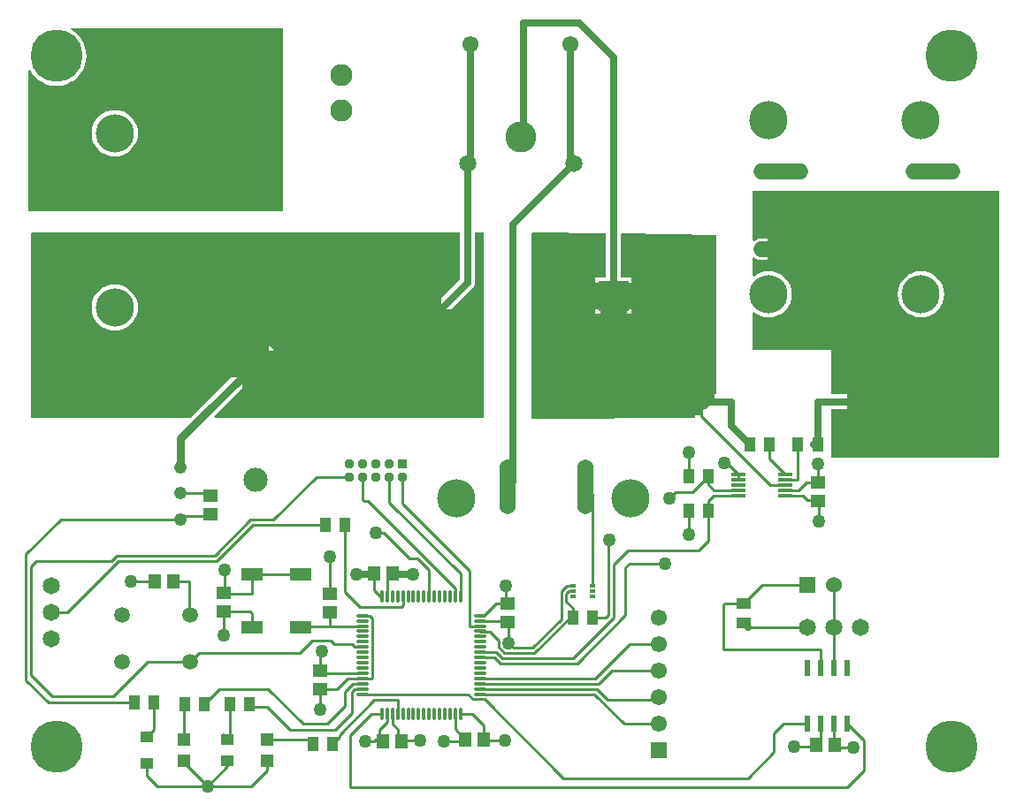
<source format=gtl>
%FSTAX23Y23*%
%MOIN*%
%SFA1B1*%

%IPPOS*%
%AMD29*
4,1,8,-0.026500,0.004000,-0.026500,-0.004000,-0.024500,-0.006000,0.024500,-0.006000,0.026500,-0.004000,0.026500,0.004000,0.024500,0.006000,-0.024500,0.006000,-0.026500,0.004000,0.0*
1,1,0.004000,-0.024500,0.004000*
1,1,0.004000,-0.024500,-0.004000*
1,1,0.004000,0.024500,-0.004000*
1,1,0.004000,0.024500,0.004000*
%
%ADD16C,0.010000*%
%ADD18R,0.047000X0.047000*%
%ADD19R,0.041000X0.055000*%
%ADD20R,0.024000X0.012000*%
%ADD21R,0.045000X0.057000*%
%ADD22R,0.057000X0.045000*%
%ADD23R,0.083000X0.051000*%
%ADD24O,0.051000X0.012000*%
%ADD25O,0.012000X0.051000*%
%ADD26R,0.049000X0.043000*%
%ADD27R,0.055000X0.041000*%
%ADD28R,0.024000X0.059000*%
G04~CAMADD=29~8~0.0~0.0~120.0~530.0~20.0~0.0~15~0.0~0.0~0.0~0.0~0~0.0~0.0~0.0~0.0~0~0.0~0.0~0.0~90.0~530.0~120.0*
%ADD29D29*%
%ADD30R,0.047000X0.043000*%
%ADD66C,0.011000*%
%ADD67C,0.025000*%
%ADD68C,0.030000*%
%ADD69C,0.083000*%
%ADD70R,0.083000X0.083000*%
%ADD71O,0.207000X0.060000*%
%ADD72C,0.144000*%
%ADD73C,0.091000*%
%ADD74C,0.037000*%
%ADD75R,0.037000X0.037000*%
%ADD76O,0.060000X0.207000*%
%ADD77C,0.059000*%
%ADD78C,0.065000*%
%ADD79C,0.060000*%
%ADD80R,0.060000X0.060000*%
%ADD81C,0.049000*%
%ADD82C,0.197000*%
%ADD83C,0.065000*%
%ADD84C,0.065000*%
%ADD85C,0.121000*%
%ADD86C,0.117000*%
%ADD87R,0.117000X0.117000*%
%ADD88C,0.061000*%
%ADD89R,0.061000X0.061000*%
%ADD90C,0.050000*%
%LNbatt_man_rev2-1*%
%LPD*%
G36*
X0104Y02725D02*
X0008D01*
Y03255*
X00085Y03256*
X00093Y03243*
X00104Y03229*
X00118Y03218*
X00133Y03209*
X0015Y03202*
X00167Y03198*
X00185Y03196*
X00203Y03198*
X0022Y03202*
X00237Y03209*
X00252Y03218*
X00266Y03229*
X00277Y03243*
X00286Y03258*
X00293Y03275*
X00297Y03292*
X00299Y0331*
X00297Y03328*
X00293Y03345*
X00286Y03362*
X00277Y03377*
X00266Y03391*
X00252Y03402*
X00239Y0341*
X0024Y03415*
X0104*
Y02725*
G37*
G36*
X01707Y02645D02*
Y02466D01*
X01635Y02394*
Y02355*
X01674*
X01755Y02435*
X01759Y02441*
X01762Y02448*
X01763Y02455*
Y02645*
X01797*
Y01945*
X00782*
X0078Y0195*
X00885Y02055*
Y02098*
X00842*
X00689Y01945*
X0009*
Y0264*
X00092Y02645*
X01707*
G37*
G36*
X02257Y02641D02*
Y02474D01*
X02217*
Y02455*
X02353*
Y02474*
X02313*
Y02637*
X02316Y0264*
X02672Y02635*
Y02033*
X02665*
Y02005*
X02615*
Y01955*
X02594*
Y0195*
Y01948*
X02591Y01944*
X01979Y01941*
X01975Y01944*
Y02641*
X01979Y02645*
X02257Y02641*
G37*
G36*
X0374Y018D02*
X03735Y01795D01*
X03105*
Y01977*
X03165*
Y02005*
Y02033*
X03105*
Y022*
X0281*
Y02341*
X02815Y02344*
X02821Y02338*
X02837Y0233*
X02853Y02325*
X0287Y02323*
X02887Y02325*
X02903Y0233*
X02918Y02338*
X02932Y02349*
X02942Y02362*
X02951Y02377*
X02956Y02393*
X02957Y0241*
X02956Y02427*
X02951Y02444*
X02942Y02459*
X02932Y02472*
X02918Y02483*
X02903Y02491*
X02887Y02496*
X0287Y02498*
X02853Y02496*
X02837Y02491*
X02821Y02483*
X02815Y02477*
X0281Y02479*
Y02548*
X02815Y0255*
X02821Y02545*
X02831Y02541*
X02842Y0254*
X02865*
Y0258*
Y02621*
X02842*
X02831Y02619*
X02821Y02615*
X02815Y0261*
X0281Y02613*
Y028*
X0374*
Y018*
G37*
%LNbatt_man_rev2-2*%
%LPC*%
G36*
X00921Y03288D02*
X0092D01*
Y03287*
X00921*
Y03288*
G37*
G36*
X0082D02*
X00819D01*
Y03287*
X0082*
Y03288*
G37*
G36*
X00921Y03187D02*
X0092D01*
Y03186*
X00921*
Y03187*
G37*
G36*
X0082D02*
X00819D01*
Y03186*
X0082*
Y03187*
G37*
G36*
X00405Y03105D02*
X00388Y03104D01*
X00372Y03099*
X00356Y0309*
X00343Y0308*
X00332Y03066*
X00324Y03051*
X00319Y03035*
X00318Y03018*
X00319Y03001*
X00324Y02985*
X00332Y02969*
X00343Y02956*
X00356Y02945*
X00372Y02937*
X00388Y02932*
X00405Y02931*
X00422Y02932*
X00438Y02937*
X00453Y02945*
X00467Y02956*
X00477Y02969*
X00486Y02985*
X00491Y03001*
X00492Y03018*
X00491Y03035*
X00486Y03051*
X00477Y03066*
X00467Y0308*
X00453Y0309*
X00438Y03099*
X00422Y03104*
X00405Y03105*
G37*
G36*
X01535Y02355D02*
D01*
G37*
G36*
X00405Y02448D02*
X00388Y02446D01*
X00372Y02441*
X00356Y02433*
X00343Y02422*
X00332Y02409*
X00324Y02394*
X00319Y02377*
X00318Y0236*
X00319Y02343*
X00324Y02327*
X00332Y02312*
X00343Y02299*
X00356Y02288*
X00372Y0228*
X00388Y02275*
X00405Y02273*
X00422Y02275*
X00438Y0228*
X00453Y02288*
X00467Y02299*
X00477Y02312*
X00486Y02327*
X00491Y02343*
X00492Y0236*
X00491Y02377*
X00486Y02394*
X00477Y02409*
X00467Y02422*
X00453Y02433*
X00438Y02441*
X00422Y02446*
X00405Y02448*
G37*
G36*
X01635Y02255D02*
D01*
G37*
G36*
X01535D02*
D01*
G37*
G36*
X00985Y02216D02*
Y02198D01*
X01003*
X01001Y02203*
X00996Y02209*
X0099Y02214*
X00985Y02216*
G37*
G36*
X02353Y02355D02*
X02335D01*
Y02336*
X02353*
Y02355*
G37*
G36*
X02235D02*
X02217D01*
Y02336*
X02235*
Y02355*
G37*
G36*
X03444Y02498D02*
X03427Y02496D01*
X03411Y02491*
X03396Y02483*
X03383Y02472*
X03372Y02459*
X03364Y02444*
X03359Y02427*
X03357Y0241*
X03359Y02393*
X03364Y02377*
X03372Y02362*
X03383Y02349*
X03396Y02338*
X03411Y0233*
X03427Y02325*
X03444Y02323*
X03461Y02325*
X03478Y0233*
X03493Y02338*
X03506Y02349*
X03517Y02362*
X03525Y02377*
X0353Y02393*
X03532Y0241*
X0353Y02427*
X03525Y02444*
X03517Y02459*
X03506Y02472*
X03493Y02483*
X03478Y02491*
X03461Y02496*
X03444Y02498*
G37*
%LNbatt_man_rev2-3*%
%LPD*%
G54D16*
X03045Y01635D02*
X03055Y01625D01*
X0306Y01615D02*
X03065Y0162D01*
X03135Y00695D02*
X03142Y00702D01*
X0319*
X0312Y0071D02*
X03135Y00695D01*
X03044Y00704D02*
X0305Y0071D01*
X02965Y00704D02*
X03044D01*
X0306Y01555D02*
Y01615D01*
X03055Y0163D02*
X03065Y0162D01*
X01383Y01295D02*
X01406Y01272D01*
X01383Y01295D02*
Y01356D01*
X01432Y01334D02*
X01454Y01356D01*
X01432Y01272D02*
Y01334D01*
X02712Y01775D02*
X02757Y01729D01*
X02701Y01775D02*
X02712D01*
X02757Y0171D02*
Y01729D01*
X03115Y00715D02*
X0312Y0071D01*
X03115Y00715D02*
Y0079D01*
X0305Y0071D02*
X03065Y00725D01*
Y0079*
X02791Y01155D02*
X03015D01*
X02775Y01245D02*
X02845Y01315D01*
X03015*
X02706Y01245D02*
X02775D01*
X02699Y01239D02*
X02706Y01245D01*
X02699Y01069D02*
Y01239D01*
Y01069D02*
X03065D01*
Y00999D02*
Y01069D01*
X03115Y00999D02*
Y01155D01*
Y01315*
X02568Y01505D02*
Y01595D01*
Y01725D02*
Y01815D01*
X02757Y01671D02*
Y0167D01*
X02664Y01671D02*
X02757D01*
X02642Y01693D02*
X02664Y01671D01*
X02642Y01693D02*
Y01725D01*
X02661Y01651D02*
X02757D01*
X02642Y01632D02*
X02661Y01651D01*
X02642Y01595D02*
Y01632D01*
X03015Y01635D02*
X03045D01*
X02999Y01651D02*
X03015Y01635D01*
X02933Y01651D02*
X02999D01*
X02933Y0171D02*
D01*
X0298*
Y01845D01*
G54D18*
X0098Y00731D03*
Y00649D03*
X00665D03*
Y00731D03*
G54D19*
X01153Y00715D03*
X01227D03*
X01198Y0154D03*
X01272D03*
X00552Y0087D03*
X00478D03*
X02207Y0119D03*
X02133D03*
X02872Y01845D03*
X02798D03*
X02568Y01725D03*
X02642D03*
X02568Y01595D03*
X02642D03*
X00668Y00865D03*
X00742D03*
X00838D03*
X00912D03*
X03055Y01845D03*
X0298D03*
G54D20*
X02207Y0127D03*
Y0129D03*
Y0131D03*
X02133D03*
Y0129D03*
Y0127D03*
G54D21*
X00625Y01327D03*
X00555D03*
X01795Y00732D03*
X01725D03*
X01485Y00725D03*
X01415D03*
X01383Y01356D03*
X01454D03*
X0305Y0071D03*
X0312D03*
G54D22*
X00815Y01285D03*
Y01215D03*
X0118Y00919D03*
Y0099D03*
X01885Y01245D03*
Y01174D03*
X03055Y0163D03*
Y017D03*
X01215Y0128D03*
Y0121D03*
X00765Y0165D03*
Y0158D03*
G54D23*
X01106Y01355D03*
Y01155D03*
X00924D03*
Y01355D03*
G54D24*
X01338Y01198D03*
Y01178D03*
Y01158D03*
Y01139D03*
Y01119D03*
Y01099D03*
Y0108D03*
Y0106D03*
Y0104D03*
Y0102D03*
Y01001D03*
Y00981D03*
Y00961D03*
Y00942D03*
Y00922D03*
Y00902D03*
X01782D03*
Y00922D03*
Y00942D03*
Y00961D03*
Y00981D03*
Y01001D03*
Y0102D03*
Y0104D03*
Y0106D03*
Y0108D03*
Y01099D03*
Y01119D03*
Y01139D03*
Y01158D03*
Y01178D03*
Y01198D03*
G54D25*
X01412Y00828D03*
X01432D03*
X01452D03*
X01471D03*
X01491D03*
X01511D03*
X0153D03*
X0155D03*
X0157D03*
X0159D03*
X01609D03*
X01629D03*
X01649D03*
X01668D03*
X01688D03*
X01708D03*
Y01272D03*
X01688D03*
X01668D03*
X01649D03*
X01629D03*
X01609D03*
X0159D03*
X0157D03*
X0155D03*
X0153D03*
X01511D03*
X01491D03*
X01471D03*
X01452D03*
X01432D03*
X01412D03*
G54D26*
X00525Y00739D03*
Y00641D03*
G54D27*
X02775Y0117D03*
Y01245D03*
G54D28*
X03015Y0079D03*
X03065D03*
X03115D03*
X03165D03*
Y00999D03*
X03115D03*
X03065D03*
X03015D03*
G54D29*
X02757Y01651D03*
Y0167D03*
Y0169D03*
Y0171D03*
X02933Y01651D03*
Y0167D03*
Y0169D03*
Y0171D03*
X02757Y01729D03*
X02933D03*
G54D30*
X0083Y00649D03*
Y00731D03*
G54D66*
X00465Y01327D02*
X00555D01*
X00528Y01023D02*
X00688D01*
X004Y00895D02*
X00528Y01023D01*
X0017Y00895D02*
X004D01*
X0009Y00975D02*
X0017Y00895D01*
X0009Y00975D02*
Y01385D01*
X0011Y01405*
X00393*
X00412Y01424*
X00782*
X00917Y01559*
X01004*
X00924Y01355D02*
X01106D01*
X01215Y0128D02*
D01*
Y0142D01*
X01338Y00962D02*
X01374D01*
X01338Y01197D02*
X01365D01*
X01338Y00961D02*
Y00962D01*
X01374D02*
X01377Y00965D01*
Y01186*
X01365Y01197D02*
X01377Y01186D01*
X01338Y01197D02*
Y01198D01*
X00565Y00555D02*
X00755D01*
X00525Y00595D02*
X00565Y00555D01*
X00525Y00595D02*
Y00641D01*
X00755Y00555D02*
X0092D01*
X0098Y00615*
Y00649*
X00755Y00555D02*
X0083Y0063D01*
Y00649*
X00665Y00645D02*
X00755Y00555D01*
X00665Y00645D02*
Y00649D01*
X00667Y01575D02*
X0077D01*
X00155Y0087D02*
X00478D01*
X0007Y00955D02*
X00155Y0087D01*
X0007Y00955D02*
Y0143D01*
X00202Y01562*
X00654*
X00525Y00739D02*
X00552Y00767D01*
Y0087*
X00665Y00731D02*
Y00862D01*
X00668Y00865*
X00811Y0075D02*
X0083Y00731D01*
X00838Y00739D02*
Y00865D01*
X0083Y00731D02*
X00838Y00739D01*
X01136Y00731D02*
X01153Y00715D01*
X0098Y00731D02*
X01136D01*
X00742Y00865D02*
X00799Y00922D01*
X00983*
X01115Y0079*
X01205*
X01272Y00857*
Y00911*
X01303Y00941*
X01337*
X01338Y00942*
X01235Y00767D02*
X01298Y0083D01*
X01252Y00747D02*
X01384Y00879D01*
X01291Y00746D02*
X01373Y00828D01*
X01298Y0083D02*
Y0091D01*
X01148Y01104D02*
X0122D01*
X01234Y0109*
X013*
X0129Y0172D02*
X01295D01*
X01165D02*
X0129D01*
X01337Y0108D02*
X01338D01*
X0131D02*
X01337D01*
X013Y0109D02*
X0131Y0108D01*
X00688Y01023D02*
X00721Y01056D01*
X01102*
X01148Y01104*
X00165Y0121D02*
X00225D01*
X0042Y01405*
X0079*
X00925Y0154*
X01198*
X01886Y01175D02*
X0189Y01171D01*
X01783Y01178D02*
X01885D01*
X00685Y0123D02*
Y01327D01*
X00815Y01215D02*
D01*
Y01125D02*
Y01215D01*
Y01285D02*
X0082Y0129D01*
Y0137*
X00815Y01215D02*
X00915D01*
X00924Y01205*
Y01155D02*
Y01205D01*
X00815Y01285D02*
X00821Y01279D01*
X00924*
Y01355*
X01215Y01158D02*
X01338D01*
X01109D02*
X01215D01*
Y0121*
X01106Y01155D02*
X01109Y01158D01*
X00765Y0165D02*
X0077Y01645D01*
X00755Y0166D02*
X00765Y0165D01*
X0188Y0126D02*
X0189Y0125D01*
X0149Y00731D02*
X01494Y00727D01*
X0148Y00721D02*
X0149Y00731D01*
X00905Y00855D02*
X00979D01*
X01067Y00767*
X01235*
X01298Y0091D02*
X0131Y00922D01*
X01337*
X01338*
X01227Y00715D02*
X01252Y0074D01*
Y00747*
X0118Y00845D02*
Y00919D01*
Y0106D02*
X01185Y01065D01*
X0118Y0099D02*
Y0106D01*
X01161Y00845D02*
X0118D01*
X01167Y01065D02*
X01185D01*
X0189Y01095D02*
X0191Y01076D01*
X01979*
X02088Y01184*
Y0129*
X02108Y01309*
X02132*
X02133Y0131*
X02207Y0119D02*
X02255D01*
X02266Y01201*
Y01481*
X0227Y01485*
X03055Y0177D02*
D01*
Y017D02*
Y0177D01*
X02933Y0167D02*
D01*
X02964*
D01*
X02983D01*
X03014Y017*
X03055*
X02872Y0179D02*
X02933Y01729D01*
X02872Y0179D02*
Y01845D01*
X02615Y0195D02*
Y02005D01*
Y0195D02*
X02875Y0169D01*
X02933*
X0159Y01272D02*
Y01371D01*
X01546Y01415D02*
X0159Y01371D01*
X01515Y01415D02*
X01546D01*
X0142Y0151D02*
X01515Y01415D01*
X01389Y0151D02*
X0142D01*
X01688Y01272D02*
Y01302D01*
X0136Y0163D02*
X01688Y01302D01*
X01345Y0163D02*
X0136D01*
X0134Y01635D02*
Y0172D01*
Y01635D02*
X01345Y0163D01*
X0144Y01625D02*
Y0172D01*
Y01625D02*
X01708Y01357D01*
Y01272D02*
Y01357D01*
X0149Y0162D02*
Y0172D01*
Y0162D02*
X01743Y01367D01*
Y01158D02*
Y01367D01*
Y01158D02*
X01782D01*
X02925Y0079D02*
X03015D01*
X0289Y00755D02*
X02925Y0079D01*
X0289Y00683D02*
Y00755D01*
X02792Y00585D02*
X0289Y00683D01*
X02097Y00585D02*
X02792D01*
X01799Y00883D02*
X02097Y00585D01*
X01755Y00883D02*
X01799D01*
X01735Y00902D02*
X01755Y00883D01*
X01338Y00902D02*
X01735D01*
X01708Y00828D02*
X01752D01*
X01795Y00785*
Y00732D02*
Y00785D01*
Y00732D02*
X01799Y00728D01*
X01875*
X01717Y00724D02*
X01725Y00732D01*
X01645Y00724D02*
X01717D01*
X01688Y00769D02*
X01725Y00732D01*
X01688Y00769D02*
Y00828D01*
X03165Y0079D02*
X03228Y00726D01*
X03165Y0055D02*
X03228Y00613D01*
Y00726*
X02149Y01018D02*
X0233Y01199D01*
X02132Y01038D02*
X02285Y0119D01*
X01987Y01056D02*
X02121Y0119D01*
X01819Y01138D02*
X01852Y01105D01*
X01874Y01056D02*
X01987D01*
X01852Y01079D02*
Y01105D01*
X01866Y01038D02*
X02132D01*
X01858Y01018D02*
X02149D01*
X01837Y0104D02*
X01858Y01018D01*
X01782Y0104D02*
X01837D01*
X01844Y0106D02*
X01866Y01038D01*
X01782Y0106D02*
X01844D01*
X01852Y01079D02*
X01874Y01056D01*
X0189Y01095D02*
Y01171D01*
X01885Y01174D02*
X01886Y01175D01*
X0188Y0126D02*
Y0131D01*
X01885Y01245D02*
X0189Y0125D01*
X0118Y00919D02*
X01242D01*
X01284Y00961*
X01338*
X0118Y0099D02*
X01189Y00981D01*
X01338*
X01291Y0055D02*
Y00746D01*
Y0055D02*
X03165D01*
X0135Y00724D02*
X01384D01*
X01389Y0073*
X01494Y00727D02*
X01555D01*
X01471Y0073D02*
X0148Y00721D01*
X01373Y00828D02*
X01412D01*
X01389Y0073D02*
X01395Y00724D01*
X01401Y0073*
X01735Y02905D02*
X01747Y02917D01*
X02325Y0079D02*
X02455D01*
X02213Y00902D02*
X02325Y0079D01*
X01782Y00902D02*
X02213D01*
X02445Y0088D02*
X02455Y0089D01*
X02263Y0088D02*
X02445D01*
X02221Y00922D02*
X02263Y0088D01*
X01782Y00922D02*
X02221D01*
X02279Y0099D02*
X02455D01*
X0223Y00942D02*
X02279Y0099D01*
X01782Y00942D02*
X0223D01*
X02345Y0109D02*
X02455D01*
X02216Y00961D02*
X02345Y0109D01*
X01782Y00961D02*
X02216D01*
X01782Y01178D02*
X01783D01*
X01885Y01174D02*
Y01178D01*
X01844Y01245D02*
X01885D01*
X01796Y01198D02*
X01844Y01245D01*
X01782Y01198D02*
X01796D01*
X01004Y01559D02*
X01165Y0172D01*
X02495Y0164D02*
X0252Y01665D01*
X02582*
X02642Y01725*
X0248Y01395D02*
D01*
X02345D02*
X0248D01*
X0233Y0138D02*
X02345Y01395D01*
X0233Y01199D02*
Y0138D01*
X0234Y01445D02*
X02605D01*
X02285Y0139D02*
X0234Y01445D01*
X02642Y01482D02*
Y01595D01*
X02605Y01445D02*
X02642Y01482D01*
X02285Y0119D02*
Y0139D01*
X0218Y01685D02*
X02207Y01657D01*
Y0131D02*
Y01657D01*
X02133Y0119D02*
Y01226D01*
X02107Y01251D02*
X02133Y01226D01*
X02107Y01251D02*
Y01282D01*
X02115Y0129*
X02133*
X02121Y0119D02*
X02133D01*
X01782Y01139D02*
X01783Y01138D01*
X01819*
X01272Y01288D02*
Y0154D01*
Y01288D02*
X0133Y0123D01*
X01485*
X01491Y01236*
Y01272*
X01452Y00788D02*
Y00828D01*
Y00788D02*
X01471Y00769D01*
Y0073D02*
Y00769D01*
X01401Y0073D02*
Y00767D01*
X01432Y00798*
Y00828*
X01384Y00879D02*
X01471D01*
Y00828D02*
Y00879D01*
X00625Y01327D02*
X00685D01*
X00654Y01562D02*
X00667Y01575D01*
X00654Y0166D02*
X00755D01*
G54D67*
X01455Y01357D02*
X01457Y01355D01*
X01366D02*
X01375Y01364D01*
X01585Y02305D02*
X01735Y02455D01*
Y02905*
X02728Y01915D02*
X02798Y01845D01*
X02728Y01915D02*
Y02005D01*
X01945Y03435D02*
X02155D01*
X02285Y03305*
X01935Y03005D02*
X01945Y03015D01*
Y03435*
X02285Y02405D02*
Y03305D01*
X01885Y01685D02*
X01905Y01705D01*
Y02675*
X02135Y02905*
X01315Y01355D02*
X01366D01*
X01375Y01364D02*
X01383Y01356D01*
X01457Y01355D02*
X0153D01*
X01454Y01356D02*
X01455Y01357D01*
X02123Y02917D02*
X02135Y02905D01*
X02123Y02917D02*
Y03355D01*
X01747Y02917D02*
Y03355D01*
X02615Y02005D02*
X02728D01*
X02775Y0117D02*
X02791Y01155D01*
X03055Y02005D02*
X03215D01*
X03055Y0186D02*
Y02005D01*
X0304Y01845D02*
X03055Y0186D01*
G54D68*
X00654Y01866D02*
X00975Y02188D01*
X00654Y01758D02*
Y01866D01*
G54D69*
X0087Y03103D03*
X0126D03*
Y03237D03*
G54D70*
X0087Y03237D03*
G54D71*
X0045Y02825D03*
Y0253D03*
X0349Y02875D03*
Y0258D03*
X02915Y02875D03*
Y0258D03*
G54D72*
X00405Y03018D03*
Y0236D03*
X03444Y03068D03*
Y0241D03*
X0287Y03068D03*
Y0241D03*
X0235Y0164D03*
X01692D03*
G54D73*
X00935Y0171D03*
Y02148D03*
G54D74*
X0129Y0172D03*
X0134D03*
X0139D03*
X0144D03*
X0149D03*
X0129Y0177D03*
X0134D03*
X0139D03*
X0144D03*
G54D75*
X0149Y0177D03*
G54D76*
X0218Y01685D03*
X01885D03*
G54D77*
X00432Y012D03*
X00688D03*
X00432Y01023D03*
X00688D03*
G54D78*
X00165Y0131D03*
Y0121D03*
Y0111D03*
X03015Y01155D03*
X03115D03*
X03215D03*
G54D79*
X03115Y01315D03*
G54D80*
X03015Y01315D03*
G54D81*
X00654Y01758D03*
Y0166D03*
Y01562D03*
G54D82*
X00185Y0331D03*
Y00704D03*
X0356Y0331D03*
Y00704D03*
G54D83*
X02615Y02005D03*
X03215D03*
G54D84*
X02135Y02905D03*
X01735D03*
G54D85*
X01585Y02305D03*
G54D86*
X01935Y03005D03*
G54D87*
X02285Y02405D03*
G54D88*
X02123Y03355D03*
X01747D03*
X02455Y0119D03*
Y0109D03*
Y0099D03*
Y0089D03*
Y0079D03*
G54D89*
X02455Y0069D03*
G54D90*
X01215Y0142D03*
X00815Y01125D03*
X0118Y00845D03*
X01185Y01065D03*
X0227Y01485D03*
X01389Y0151D03*
X03055Y0177D03*
X00465Y01327D03*
X0319Y00702D03*
X02965Y00704D03*
X0306Y01555D03*
X0189Y01095D03*
X0188Y0131D03*
X01315Y01355D03*
X0153D03*
X0135Y00724D03*
X01555Y00727D03*
X01875Y00728D03*
X01645Y00724D03*
X02495Y0164D03*
X0248Y01395D03*
X02701Y01775D03*
X02568Y01505D03*
Y01815D03*
X0082Y0137D03*
X00755Y00555D03*
M02*
</source>
